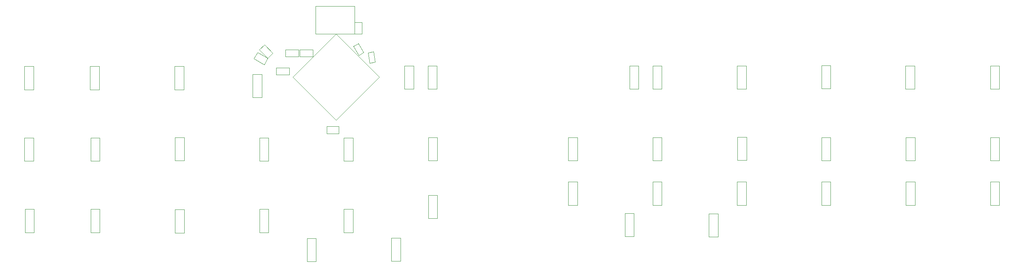
<source format=gbr>
G04 #@! TF.FileFunction,Other,User*
%FSLAX46Y46*%
G04 Gerber Fmt 4.6, Leading zero omitted, Abs format (unit mm)*
G04 Created by KiCad (PCBNEW 4.0.1-stable) date Thursday, March 02, 2017 'PMt' 06:18:16 PM*
%MOMM*%
G01*
G04 APERTURE LIST*
%ADD10C,0.100000*%
%ADD11C,0.050000*%
G04 APERTURE END LIST*
D10*
D11*
X61300000Y-5600000D02*
X64200000Y-5600000D01*
X61300000Y-4100000D02*
X64200000Y-4100000D01*
X61300000Y-5600000D02*
X61300000Y-4100000D01*
X64200000Y-5600000D02*
X64200000Y-4100000D01*
X67890000Y5460000D02*
X76490000Y5460000D01*
X67890000Y-590000D02*
X76490000Y-590000D01*
X67890000Y5460000D02*
X67890000Y-590000D01*
X76490000Y5460000D02*
X76490000Y-590000D01*
X59250000Y-9550000D02*
X62150000Y-9550000D01*
X59250000Y-8050000D02*
X62150000Y-8050000D01*
X59250000Y-9550000D02*
X59250000Y-8050000D01*
X62150000Y-9550000D02*
X62150000Y-8050000D01*
X64390000Y-5600000D02*
X67290000Y-5600000D01*
X64390000Y-4100000D02*
X67290000Y-4100000D01*
X64390000Y-5600000D02*
X64390000Y-4100000D01*
X67290000Y-5600000D02*
X67290000Y-4100000D01*
X6100000Y-12850000D02*
X6100000Y-7750000D01*
X6100000Y-7750000D02*
X4100000Y-7750000D01*
X4100000Y-7750000D02*
X4100000Y-12850000D01*
X4100000Y-12850000D02*
X6100000Y-12850000D01*
X20500000Y-12850000D02*
X20500000Y-7750000D01*
X20500000Y-7750000D02*
X18500000Y-7750000D01*
X18500000Y-7750000D02*
X18500000Y-12850000D01*
X18500000Y-12850000D02*
X20500000Y-12850000D01*
X39000000Y-12850000D02*
X39000000Y-7750000D01*
X39000000Y-7750000D02*
X37000000Y-7750000D01*
X37000000Y-7750000D02*
X37000000Y-12850000D01*
X37000000Y-12850000D02*
X39000000Y-12850000D01*
X56100000Y-14550000D02*
X56100000Y-9450000D01*
X56100000Y-9450000D02*
X54100000Y-9450000D01*
X54100000Y-9450000D02*
X54100000Y-14550000D01*
X54100000Y-14550000D02*
X56100000Y-14550000D01*
X89400000Y-12750000D02*
X89400000Y-7650000D01*
X89400000Y-7650000D02*
X87400000Y-7650000D01*
X87400000Y-7650000D02*
X87400000Y-12750000D01*
X87400000Y-12750000D02*
X89400000Y-12750000D01*
X94500000Y-12750000D02*
X94500000Y-7650000D01*
X94500000Y-7650000D02*
X92500000Y-7650000D01*
X92500000Y-7650000D02*
X92500000Y-12750000D01*
X92500000Y-12750000D02*
X94500000Y-12750000D01*
X138700000Y-12750000D02*
X138700000Y-7650000D01*
X138700000Y-7650000D02*
X136700000Y-7650000D01*
X136700000Y-7650000D02*
X136700000Y-12750000D01*
X136700000Y-12750000D02*
X138700000Y-12750000D01*
X143800000Y-12750000D02*
X143800000Y-7650000D01*
X143800000Y-7650000D02*
X141800000Y-7650000D01*
X141800000Y-7650000D02*
X141800000Y-12750000D01*
X141800000Y-12750000D02*
X143800000Y-12750000D01*
X162300000Y-12750000D02*
X162300000Y-7650000D01*
X162300000Y-7650000D02*
X160300000Y-7650000D01*
X160300000Y-7650000D02*
X160300000Y-12750000D01*
X160300000Y-12750000D02*
X162300000Y-12750000D01*
X180800000Y-12650000D02*
X180800000Y-7550000D01*
X180800000Y-7550000D02*
X178800000Y-7550000D01*
X178800000Y-7550000D02*
X178800000Y-12650000D01*
X178800000Y-12650000D02*
X180800000Y-12650000D01*
X199200000Y-12750000D02*
X199200000Y-7650000D01*
X199200000Y-7650000D02*
X197200000Y-7650000D01*
X197200000Y-7650000D02*
X197200000Y-12750000D01*
X197200000Y-12750000D02*
X199200000Y-12750000D01*
X217800000Y-12750000D02*
X217800000Y-7650000D01*
X217800000Y-7650000D02*
X215800000Y-7650000D01*
X215800000Y-7650000D02*
X215800000Y-12750000D01*
X215800000Y-12750000D02*
X217800000Y-12750000D01*
X6100000Y-28550000D02*
X6100000Y-23450000D01*
X6100000Y-23450000D02*
X4100000Y-23450000D01*
X4100000Y-23450000D02*
X4100000Y-28550000D01*
X4100000Y-28550000D02*
X6100000Y-28550000D01*
X20600000Y-28550000D02*
X20600000Y-23450000D01*
X20600000Y-23450000D02*
X18600000Y-23450000D01*
X18600000Y-23450000D02*
X18600000Y-28550000D01*
X18600000Y-28550000D02*
X20600000Y-28550000D01*
X39100000Y-28450000D02*
X39100000Y-23350000D01*
X39100000Y-23350000D02*
X37100000Y-23350000D01*
X37100000Y-23350000D02*
X37100000Y-28450000D01*
X37100000Y-28450000D02*
X39100000Y-28450000D01*
X57600000Y-28550000D02*
X57600000Y-23450000D01*
X57600000Y-23450000D02*
X55600000Y-23450000D01*
X55600000Y-23450000D02*
X55600000Y-28550000D01*
X55600000Y-28550000D02*
X57600000Y-28550000D01*
X76100000Y-28550000D02*
X76100000Y-23450000D01*
X76100000Y-23450000D02*
X74100000Y-23450000D01*
X74100000Y-23450000D02*
X74100000Y-28550000D01*
X74100000Y-28550000D02*
X76100000Y-28550000D01*
X94600000Y-28450000D02*
X94600000Y-23350000D01*
X94600000Y-23350000D02*
X92600000Y-23350000D01*
X92600000Y-23350000D02*
X92600000Y-28450000D01*
X92600000Y-28450000D02*
X94600000Y-28450000D01*
X125300000Y-28450000D02*
X125300000Y-23350000D01*
X125300000Y-23350000D02*
X123300000Y-23350000D01*
X123300000Y-23350000D02*
X123300000Y-28450000D01*
X123300000Y-28450000D02*
X125300000Y-28450000D01*
X143800000Y-28450000D02*
X143800000Y-23350000D01*
X143800000Y-23350000D02*
X141800000Y-23350000D01*
X141800000Y-23350000D02*
X141800000Y-28450000D01*
X141800000Y-28450000D02*
X143800000Y-28450000D01*
X162350000Y-28400000D02*
X162350000Y-23300000D01*
X162350000Y-23300000D02*
X160350000Y-23300000D01*
X160350000Y-23300000D02*
X160350000Y-28400000D01*
X160350000Y-28400000D02*
X162350000Y-28400000D01*
X180800000Y-28450000D02*
X180800000Y-23350000D01*
X180800000Y-23350000D02*
X178800000Y-23350000D01*
X178800000Y-23350000D02*
X178800000Y-28450000D01*
X178800000Y-28450000D02*
X180800000Y-28450000D01*
X199300000Y-28450000D02*
X199300000Y-23350000D01*
X199300000Y-23350000D02*
X197300000Y-23350000D01*
X197300000Y-23350000D02*
X197300000Y-28450000D01*
X197300000Y-28450000D02*
X199300000Y-28450000D01*
X217800000Y-28450000D02*
X217800000Y-23350000D01*
X217800000Y-23350000D02*
X215800000Y-23350000D01*
X215800000Y-23350000D02*
X215800000Y-28450000D01*
X215800000Y-28450000D02*
X217800000Y-28450000D01*
X6200000Y-44250000D02*
X6200000Y-39150000D01*
X6200000Y-39150000D02*
X4200000Y-39150000D01*
X4200000Y-39150000D02*
X4200000Y-44250000D01*
X4200000Y-44250000D02*
X6200000Y-44250000D01*
X20600000Y-44250000D02*
X20600000Y-39150000D01*
X20600000Y-39150000D02*
X18600000Y-39150000D01*
X18600000Y-39150000D02*
X18600000Y-44250000D01*
X18600000Y-44250000D02*
X20600000Y-44250000D01*
X39100000Y-44350000D02*
X39100000Y-39250000D01*
X39100000Y-39250000D02*
X37100000Y-39250000D01*
X37100000Y-39250000D02*
X37100000Y-44350000D01*
X37100000Y-44350000D02*
X39100000Y-44350000D01*
X57600000Y-44250000D02*
X57600000Y-39150000D01*
X57600000Y-39150000D02*
X55600000Y-39150000D01*
X55600000Y-39150000D02*
X55600000Y-44250000D01*
X55600000Y-44250000D02*
X57600000Y-44250000D01*
X76100000Y-44250000D02*
X76100000Y-39150000D01*
X76100000Y-39150000D02*
X74100000Y-39150000D01*
X74100000Y-39150000D02*
X74100000Y-44250000D01*
X74100000Y-44250000D02*
X76100000Y-44250000D01*
X94600000Y-41150000D02*
X94600000Y-36050000D01*
X94600000Y-36050000D02*
X92600000Y-36050000D01*
X92600000Y-36050000D02*
X92600000Y-41150000D01*
X92600000Y-41150000D02*
X94600000Y-41150000D01*
X125300000Y-38250000D02*
X125300000Y-33150000D01*
X125300000Y-33150000D02*
X123300000Y-33150000D01*
X123300000Y-33150000D02*
X123300000Y-38250000D01*
X123300000Y-38250000D02*
X125300000Y-38250000D01*
X143800000Y-38250000D02*
X143800000Y-33150000D01*
X143800000Y-33150000D02*
X141800000Y-33150000D01*
X141800000Y-33150000D02*
X141800000Y-38250000D01*
X141800000Y-38250000D02*
X143800000Y-38250000D01*
X162300000Y-38250000D02*
X162300000Y-33150000D01*
X162300000Y-33150000D02*
X160300000Y-33150000D01*
X160300000Y-33150000D02*
X160300000Y-38250000D01*
X160300000Y-38250000D02*
X162300000Y-38250000D01*
X180800000Y-38250000D02*
X180800000Y-33150000D01*
X180800000Y-33150000D02*
X178800000Y-33150000D01*
X178800000Y-33150000D02*
X178800000Y-38250000D01*
X178800000Y-38250000D02*
X180800000Y-38250000D01*
X199300000Y-38250000D02*
X199300000Y-33150000D01*
X199300000Y-33150000D02*
X197300000Y-33150000D01*
X197300000Y-33150000D02*
X197300000Y-38250000D01*
X197300000Y-38250000D02*
X199300000Y-38250000D01*
X217800000Y-38250000D02*
X217800000Y-33150000D01*
X217800000Y-33150000D02*
X215800000Y-33150000D01*
X215800000Y-33150000D02*
X215800000Y-38250000D01*
X215800000Y-38250000D02*
X217800000Y-38250000D01*
X66000000Y-45550000D02*
X66000000Y-50650000D01*
X66000000Y-50650000D02*
X68000000Y-50650000D01*
X68000000Y-50650000D02*
X68000000Y-45550000D01*
X68000000Y-45550000D02*
X66000000Y-45550000D01*
X84500000Y-45450000D02*
X84500000Y-50550000D01*
X84500000Y-50550000D02*
X86500000Y-50550000D01*
X86500000Y-50550000D02*
X86500000Y-45450000D01*
X86500000Y-45450000D02*
X84500000Y-45450000D01*
X135700000Y-40050000D02*
X135700000Y-45150000D01*
X135700000Y-45150000D02*
X137700000Y-45150000D01*
X137700000Y-45150000D02*
X137700000Y-40050000D01*
X137700000Y-40050000D02*
X135700000Y-40050000D01*
X154100000Y-40150000D02*
X154100000Y-45250000D01*
X154100000Y-45250000D02*
X156100000Y-45250000D01*
X156100000Y-45250000D02*
X156100000Y-40150000D01*
X156100000Y-40150000D02*
X154100000Y-40150000D01*
X58544594Y-4803223D02*
X56706117Y-2964746D01*
X57413223Y-5934594D02*
X55574746Y-4096117D01*
X58544594Y-4803223D02*
X57413223Y-5934594D01*
X56706117Y-2964746D02*
X55574746Y-4096117D01*
X57425833Y-5967180D02*
X55174167Y-4667180D01*
X56625833Y-7352820D02*
X54374167Y-6052820D01*
X57425833Y-5967180D02*
X56625833Y-7352820D01*
X55174167Y-4667180D02*
X54374167Y-6052820D01*
X62924769Y-10100000D02*
X72400000Y-624769D01*
X72400000Y-19575231D02*
X81875231Y-10100000D01*
X62924769Y-10100000D02*
X72400000Y-19575231D01*
X72400000Y-624769D02*
X81875231Y-10100000D01*
X73000000Y-20900000D02*
X70400000Y-20900000D01*
X73000000Y-22500000D02*
X70400000Y-22500000D01*
X73000000Y-20900000D02*
X73000000Y-22500000D01*
X70400000Y-20900000D02*
X70400000Y-22500000D01*
X79399420Y-4731660D02*
X79798811Y-6996718D01*
X80581189Y-4523282D02*
X80980580Y-6788340D01*
X79399420Y-4731660D02*
X80581189Y-4523282D01*
X79798811Y-6996718D02*
X80980580Y-6788340D01*
X76225385Y-3314071D02*
X77375385Y-5305929D01*
X77264615Y-2714071D02*
X78414615Y-4705929D01*
X76225385Y-3314071D02*
X77264615Y-2714071D01*
X77375385Y-5305929D02*
X78414615Y-4705929D01*
X76460000Y1960000D02*
X76460000Y-640000D01*
X78060000Y1960000D02*
X78060000Y-640000D01*
X76460000Y1960000D02*
X78060000Y1960000D01*
X76460000Y-640000D02*
X78060000Y-640000D01*
M02*

</source>
